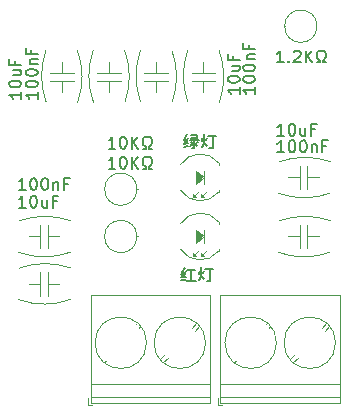
<source format=gto>
%TF.GenerationSoftware,KiCad,Pcbnew,8.0.5*%
%TF.CreationDate,2024-10-31T22:01:25+08:00*%
%TF.ProjectId,AMS1117_TP4056_Lithium_battery_charging,414d5331-3131-4375-9f54-50343035365f,rev?*%
%TF.SameCoordinates,Original*%
%TF.FileFunction,Legend,Top*%
%TF.FilePolarity,Positive*%
%FSLAX46Y46*%
G04 Gerber Fmt 4.6, Leading zero omitted, Abs format (unit mm)*
G04 Created by KiCad (PCBNEW 8.0.5) date 2024-10-31 22:01:25*
%MOMM*%
%LPD*%
G01*
G04 APERTURE LIST*
%ADD10C,0.150000*%
%ADD11C,0.120000*%
G04 APERTURE END LIST*
D10*
X113642857Y-122802438D02*
X114309524Y-122802438D01*
X113642857Y-123754819D02*
X114357143Y-123754819D01*
X113976190Y-122802438D02*
X113976190Y-123754819D01*
X113214286Y-122945295D02*
X113166667Y-123135771D01*
X113404762Y-123135771D02*
X113119048Y-123469104D01*
X113404762Y-122659580D02*
X113214286Y-123040533D01*
X113547619Y-123421485D02*
X113119048Y-123469104D01*
X113547619Y-123659580D02*
X113119048Y-123707200D01*
X113547619Y-122945295D02*
X113452381Y-123088152D01*
X113452381Y-123088152D02*
X113119048Y-123135771D01*
X115166666Y-122754819D02*
X115833333Y-122754819D01*
X115261904Y-123754819D02*
X115547619Y-123754819D01*
X115547619Y-122754819D02*
X115547619Y-123754819D01*
X115071428Y-122897676D02*
X114976190Y-123088152D01*
X114690476Y-122897676D02*
X114642857Y-123135771D01*
X114833333Y-122611961D02*
X114833333Y-123183390D01*
X114833333Y-123183390D02*
X114833333Y-123421485D01*
X114833333Y-123421485D02*
X114642857Y-123707200D01*
X114833333Y-123373866D02*
X115071428Y-123564342D01*
X121800000Y-105254819D02*
X121228572Y-105254819D01*
X121514286Y-105254819D02*
X121514286Y-104254819D01*
X121514286Y-104254819D02*
X121419048Y-104397676D01*
X121419048Y-104397676D02*
X121323810Y-104492914D01*
X121323810Y-104492914D02*
X121228572Y-104540533D01*
X122228572Y-105159580D02*
X122276191Y-105207200D01*
X122276191Y-105207200D02*
X122228572Y-105254819D01*
X122228572Y-105254819D02*
X122180953Y-105207200D01*
X122180953Y-105207200D02*
X122228572Y-105159580D01*
X122228572Y-105159580D02*
X122228572Y-105254819D01*
X122657143Y-104350057D02*
X122704762Y-104302438D01*
X122704762Y-104302438D02*
X122800000Y-104254819D01*
X122800000Y-104254819D02*
X123038095Y-104254819D01*
X123038095Y-104254819D02*
X123133333Y-104302438D01*
X123133333Y-104302438D02*
X123180952Y-104350057D01*
X123180952Y-104350057D02*
X123228571Y-104445295D01*
X123228571Y-104445295D02*
X123228571Y-104540533D01*
X123228571Y-104540533D02*
X123180952Y-104683390D01*
X123180952Y-104683390D02*
X122609524Y-105254819D01*
X122609524Y-105254819D02*
X123228571Y-105254819D01*
X123657143Y-105254819D02*
X123657143Y-104254819D01*
X124228571Y-105254819D02*
X123800000Y-104683390D01*
X124228571Y-104254819D02*
X123657143Y-104826247D01*
X124609524Y-105254819D02*
X124847619Y-105254819D01*
X124847619Y-105254819D02*
X124847619Y-105064342D01*
X124847619Y-105064342D02*
X124752381Y-105016723D01*
X124752381Y-105016723D02*
X124657143Y-104921485D01*
X124657143Y-104921485D02*
X124609524Y-104778628D01*
X124609524Y-104778628D02*
X124609524Y-104540533D01*
X124609524Y-104540533D02*
X124657143Y-104397676D01*
X124657143Y-104397676D02*
X124752381Y-104302438D01*
X124752381Y-104302438D02*
X124895238Y-104254819D01*
X124895238Y-104254819D02*
X125085714Y-104254819D01*
X125085714Y-104254819D02*
X125228571Y-104302438D01*
X125228571Y-104302438D02*
X125323809Y-104397676D01*
X125323809Y-104397676D02*
X125371428Y-104540533D01*
X125371428Y-104540533D02*
X125371428Y-104778628D01*
X125371428Y-104778628D02*
X125323809Y-104921485D01*
X125323809Y-104921485D02*
X125228571Y-105016723D01*
X125228571Y-105016723D02*
X125133333Y-105064342D01*
X125133333Y-105064342D02*
X125133333Y-105254819D01*
X125133333Y-105254819D02*
X125371428Y-105254819D01*
X121828571Y-111454819D02*
X121257143Y-111454819D01*
X121542857Y-111454819D02*
X121542857Y-110454819D01*
X121542857Y-110454819D02*
X121447619Y-110597676D01*
X121447619Y-110597676D02*
X121352381Y-110692914D01*
X121352381Y-110692914D02*
X121257143Y-110740533D01*
X122447619Y-110454819D02*
X122542857Y-110454819D01*
X122542857Y-110454819D02*
X122638095Y-110502438D01*
X122638095Y-110502438D02*
X122685714Y-110550057D01*
X122685714Y-110550057D02*
X122733333Y-110645295D01*
X122733333Y-110645295D02*
X122780952Y-110835771D01*
X122780952Y-110835771D02*
X122780952Y-111073866D01*
X122780952Y-111073866D02*
X122733333Y-111264342D01*
X122733333Y-111264342D02*
X122685714Y-111359580D01*
X122685714Y-111359580D02*
X122638095Y-111407200D01*
X122638095Y-111407200D02*
X122542857Y-111454819D01*
X122542857Y-111454819D02*
X122447619Y-111454819D01*
X122447619Y-111454819D02*
X122352381Y-111407200D01*
X122352381Y-111407200D02*
X122304762Y-111359580D01*
X122304762Y-111359580D02*
X122257143Y-111264342D01*
X122257143Y-111264342D02*
X122209524Y-111073866D01*
X122209524Y-111073866D02*
X122209524Y-110835771D01*
X122209524Y-110835771D02*
X122257143Y-110645295D01*
X122257143Y-110645295D02*
X122304762Y-110550057D01*
X122304762Y-110550057D02*
X122352381Y-110502438D01*
X122352381Y-110502438D02*
X122447619Y-110454819D01*
X123638095Y-110788152D02*
X123638095Y-111454819D01*
X123209524Y-110788152D02*
X123209524Y-111311961D01*
X123209524Y-111311961D02*
X123257143Y-111407200D01*
X123257143Y-111407200D02*
X123352381Y-111454819D01*
X123352381Y-111454819D02*
X123495238Y-111454819D01*
X123495238Y-111454819D02*
X123590476Y-111407200D01*
X123590476Y-111407200D02*
X123638095Y-111359580D01*
X124447619Y-110931009D02*
X124114286Y-110931009D01*
X124114286Y-111454819D02*
X124114286Y-110454819D01*
X124114286Y-110454819D02*
X124590476Y-110454819D01*
X99554819Y-107747619D02*
X99554819Y-108319047D01*
X99554819Y-108033333D02*
X98554819Y-108033333D01*
X98554819Y-108033333D02*
X98697676Y-108128571D01*
X98697676Y-108128571D02*
X98792914Y-108223809D01*
X98792914Y-108223809D02*
X98840533Y-108319047D01*
X98554819Y-107128571D02*
X98554819Y-107033333D01*
X98554819Y-107033333D02*
X98602438Y-106938095D01*
X98602438Y-106938095D02*
X98650057Y-106890476D01*
X98650057Y-106890476D02*
X98745295Y-106842857D01*
X98745295Y-106842857D02*
X98935771Y-106795238D01*
X98935771Y-106795238D02*
X99173866Y-106795238D01*
X99173866Y-106795238D02*
X99364342Y-106842857D01*
X99364342Y-106842857D02*
X99459580Y-106890476D01*
X99459580Y-106890476D02*
X99507200Y-106938095D01*
X99507200Y-106938095D02*
X99554819Y-107033333D01*
X99554819Y-107033333D02*
X99554819Y-107128571D01*
X99554819Y-107128571D02*
X99507200Y-107223809D01*
X99507200Y-107223809D02*
X99459580Y-107271428D01*
X99459580Y-107271428D02*
X99364342Y-107319047D01*
X99364342Y-107319047D02*
X99173866Y-107366666D01*
X99173866Y-107366666D02*
X98935771Y-107366666D01*
X98935771Y-107366666D02*
X98745295Y-107319047D01*
X98745295Y-107319047D02*
X98650057Y-107271428D01*
X98650057Y-107271428D02*
X98602438Y-107223809D01*
X98602438Y-107223809D02*
X98554819Y-107128571D01*
X98888152Y-105938095D02*
X99554819Y-105938095D01*
X98888152Y-106366666D02*
X99411961Y-106366666D01*
X99411961Y-106366666D02*
X99507200Y-106319047D01*
X99507200Y-106319047D02*
X99554819Y-106223809D01*
X99554819Y-106223809D02*
X99554819Y-106080952D01*
X99554819Y-106080952D02*
X99507200Y-105985714D01*
X99507200Y-105985714D02*
X99459580Y-105938095D01*
X99031009Y-105128571D02*
X99031009Y-105461904D01*
X99554819Y-105461904D02*
X98554819Y-105461904D01*
X98554819Y-105461904D02*
X98554819Y-104985714D01*
X99952380Y-116054819D02*
X99380952Y-116054819D01*
X99666666Y-116054819D02*
X99666666Y-115054819D01*
X99666666Y-115054819D02*
X99571428Y-115197676D01*
X99571428Y-115197676D02*
X99476190Y-115292914D01*
X99476190Y-115292914D02*
X99380952Y-115340533D01*
X100571428Y-115054819D02*
X100666666Y-115054819D01*
X100666666Y-115054819D02*
X100761904Y-115102438D01*
X100761904Y-115102438D02*
X100809523Y-115150057D01*
X100809523Y-115150057D02*
X100857142Y-115245295D01*
X100857142Y-115245295D02*
X100904761Y-115435771D01*
X100904761Y-115435771D02*
X100904761Y-115673866D01*
X100904761Y-115673866D02*
X100857142Y-115864342D01*
X100857142Y-115864342D02*
X100809523Y-115959580D01*
X100809523Y-115959580D02*
X100761904Y-116007200D01*
X100761904Y-116007200D02*
X100666666Y-116054819D01*
X100666666Y-116054819D02*
X100571428Y-116054819D01*
X100571428Y-116054819D02*
X100476190Y-116007200D01*
X100476190Y-116007200D02*
X100428571Y-115959580D01*
X100428571Y-115959580D02*
X100380952Y-115864342D01*
X100380952Y-115864342D02*
X100333333Y-115673866D01*
X100333333Y-115673866D02*
X100333333Y-115435771D01*
X100333333Y-115435771D02*
X100380952Y-115245295D01*
X100380952Y-115245295D02*
X100428571Y-115150057D01*
X100428571Y-115150057D02*
X100476190Y-115102438D01*
X100476190Y-115102438D02*
X100571428Y-115054819D01*
X101523809Y-115054819D02*
X101619047Y-115054819D01*
X101619047Y-115054819D02*
X101714285Y-115102438D01*
X101714285Y-115102438D02*
X101761904Y-115150057D01*
X101761904Y-115150057D02*
X101809523Y-115245295D01*
X101809523Y-115245295D02*
X101857142Y-115435771D01*
X101857142Y-115435771D02*
X101857142Y-115673866D01*
X101857142Y-115673866D02*
X101809523Y-115864342D01*
X101809523Y-115864342D02*
X101761904Y-115959580D01*
X101761904Y-115959580D02*
X101714285Y-116007200D01*
X101714285Y-116007200D02*
X101619047Y-116054819D01*
X101619047Y-116054819D02*
X101523809Y-116054819D01*
X101523809Y-116054819D02*
X101428571Y-116007200D01*
X101428571Y-116007200D02*
X101380952Y-115959580D01*
X101380952Y-115959580D02*
X101333333Y-115864342D01*
X101333333Y-115864342D02*
X101285714Y-115673866D01*
X101285714Y-115673866D02*
X101285714Y-115435771D01*
X101285714Y-115435771D02*
X101333333Y-115245295D01*
X101333333Y-115245295D02*
X101380952Y-115150057D01*
X101380952Y-115150057D02*
X101428571Y-115102438D01*
X101428571Y-115102438D02*
X101523809Y-115054819D01*
X102285714Y-115388152D02*
X102285714Y-116054819D01*
X102285714Y-115483390D02*
X102333333Y-115435771D01*
X102333333Y-115435771D02*
X102428571Y-115388152D01*
X102428571Y-115388152D02*
X102571428Y-115388152D01*
X102571428Y-115388152D02*
X102666666Y-115435771D01*
X102666666Y-115435771D02*
X102714285Y-115531009D01*
X102714285Y-115531009D02*
X102714285Y-116054819D01*
X103523809Y-115531009D02*
X103190476Y-115531009D01*
X103190476Y-116054819D02*
X103190476Y-115054819D01*
X103190476Y-115054819D02*
X103666666Y-115054819D01*
X119354819Y-107347619D02*
X119354819Y-107919047D01*
X119354819Y-107633333D02*
X118354819Y-107633333D01*
X118354819Y-107633333D02*
X118497676Y-107728571D01*
X118497676Y-107728571D02*
X118592914Y-107823809D01*
X118592914Y-107823809D02*
X118640533Y-107919047D01*
X118354819Y-106728571D02*
X118354819Y-106633333D01*
X118354819Y-106633333D02*
X118402438Y-106538095D01*
X118402438Y-106538095D02*
X118450057Y-106490476D01*
X118450057Y-106490476D02*
X118545295Y-106442857D01*
X118545295Y-106442857D02*
X118735771Y-106395238D01*
X118735771Y-106395238D02*
X118973866Y-106395238D01*
X118973866Y-106395238D02*
X119164342Y-106442857D01*
X119164342Y-106442857D02*
X119259580Y-106490476D01*
X119259580Y-106490476D02*
X119307200Y-106538095D01*
X119307200Y-106538095D02*
X119354819Y-106633333D01*
X119354819Y-106633333D02*
X119354819Y-106728571D01*
X119354819Y-106728571D02*
X119307200Y-106823809D01*
X119307200Y-106823809D02*
X119259580Y-106871428D01*
X119259580Y-106871428D02*
X119164342Y-106919047D01*
X119164342Y-106919047D02*
X118973866Y-106966666D01*
X118973866Y-106966666D02*
X118735771Y-106966666D01*
X118735771Y-106966666D02*
X118545295Y-106919047D01*
X118545295Y-106919047D02*
X118450057Y-106871428D01*
X118450057Y-106871428D02*
X118402438Y-106823809D01*
X118402438Y-106823809D02*
X118354819Y-106728571D01*
X118354819Y-105776190D02*
X118354819Y-105680952D01*
X118354819Y-105680952D02*
X118402438Y-105585714D01*
X118402438Y-105585714D02*
X118450057Y-105538095D01*
X118450057Y-105538095D02*
X118545295Y-105490476D01*
X118545295Y-105490476D02*
X118735771Y-105442857D01*
X118735771Y-105442857D02*
X118973866Y-105442857D01*
X118973866Y-105442857D02*
X119164342Y-105490476D01*
X119164342Y-105490476D02*
X119259580Y-105538095D01*
X119259580Y-105538095D02*
X119307200Y-105585714D01*
X119307200Y-105585714D02*
X119354819Y-105680952D01*
X119354819Y-105680952D02*
X119354819Y-105776190D01*
X119354819Y-105776190D02*
X119307200Y-105871428D01*
X119307200Y-105871428D02*
X119259580Y-105919047D01*
X119259580Y-105919047D02*
X119164342Y-105966666D01*
X119164342Y-105966666D02*
X118973866Y-106014285D01*
X118973866Y-106014285D02*
X118735771Y-106014285D01*
X118735771Y-106014285D02*
X118545295Y-105966666D01*
X118545295Y-105966666D02*
X118450057Y-105919047D01*
X118450057Y-105919047D02*
X118402438Y-105871428D01*
X118402438Y-105871428D02*
X118354819Y-105776190D01*
X118688152Y-105014285D02*
X119354819Y-105014285D01*
X118783390Y-105014285D02*
X118735771Y-104966666D01*
X118735771Y-104966666D02*
X118688152Y-104871428D01*
X118688152Y-104871428D02*
X118688152Y-104728571D01*
X118688152Y-104728571D02*
X118735771Y-104633333D01*
X118735771Y-104633333D02*
X118831009Y-104585714D01*
X118831009Y-104585714D02*
X119354819Y-104585714D01*
X118831009Y-103776190D02*
X118831009Y-104109523D01*
X119354819Y-104109523D02*
X118354819Y-104109523D01*
X118354819Y-104109523D02*
X118354819Y-103633333D01*
X107538095Y-114254819D02*
X106966667Y-114254819D01*
X107252381Y-114254819D02*
X107252381Y-113254819D01*
X107252381Y-113254819D02*
X107157143Y-113397676D01*
X107157143Y-113397676D02*
X107061905Y-113492914D01*
X107061905Y-113492914D02*
X106966667Y-113540533D01*
X108157143Y-113254819D02*
X108252381Y-113254819D01*
X108252381Y-113254819D02*
X108347619Y-113302438D01*
X108347619Y-113302438D02*
X108395238Y-113350057D01*
X108395238Y-113350057D02*
X108442857Y-113445295D01*
X108442857Y-113445295D02*
X108490476Y-113635771D01*
X108490476Y-113635771D02*
X108490476Y-113873866D01*
X108490476Y-113873866D02*
X108442857Y-114064342D01*
X108442857Y-114064342D02*
X108395238Y-114159580D01*
X108395238Y-114159580D02*
X108347619Y-114207200D01*
X108347619Y-114207200D02*
X108252381Y-114254819D01*
X108252381Y-114254819D02*
X108157143Y-114254819D01*
X108157143Y-114254819D02*
X108061905Y-114207200D01*
X108061905Y-114207200D02*
X108014286Y-114159580D01*
X108014286Y-114159580D02*
X107966667Y-114064342D01*
X107966667Y-114064342D02*
X107919048Y-113873866D01*
X107919048Y-113873866D02*
X107919048Y-113635771D01*
X107919048Y-113635771D02*
X107966667Y-113445295D01*
X107966667Y-113445295D02*
X108014286Y-113350057D01*
X108014286Y-113350057D02*
X108061905Y-113302438D01*
X108061905Y-113302438D02*
X108157143Y-113254819D01*
X108919048Y-114254819D02*
X108919048Y-113254819D01*
X109490476Y-114254819D02*
X109061905Y-113683390D01*
X109490476Y-113254819D02*
X108919048Y-113826247D01*
X109871429Y-114254819D02*
X110109524Y-114254819D01*
X110109524Y-114254819D02*
X110109524Y-114064342D01*
X110109524Y-114064342D02*
X110014286Y-114016723D01*
X110014286Y-114016723D02*
X109919048Y-113921485D01*
X109919048Y-113921485D02*
X109871429Y-113778628D01*
X109871429Y-113778628D02*
X109871429Y-113540533D01*
X109871429Y-113540533D02*
X109919048Y-113397676D01*
X109919048Y-113397676D02*
X110014286Y-113302438D01*
X110014286Y-113302438D02*
X110157143Y-113254819D01*
X110157143Y-113254819D02*
X110347619Y-113254819D01*
X110347619Y-113254819D02*
X110490476Y-113302438D01*
X110490476Y-113302438D02*
X110585714Y-113397676D01*
X110585714Y-113397676D02*
X110633333Y-113540533D01*
X110633333Y-113540533D02*
X110633333Y-113778628D01*
X110633333Y-113778628D02*
X110585714Y-113921485D01*
X110585714Y-113921485D02*
X110490476Y-114016723D01*
X110490476Y-114016723D02*
X110395238Y-114064342D01*
X110395238Y-114064342D02*
X110395238Y-114254819D01*
X110395238Y-114254819D02*
X110633333Y-114254819D01*
X100954819Y-107747619D02*
X100954819Y-108319047D01*
X100954819Y-108033333D02*
X99954819Y-108033333D01*
X99954819Y-108033333D02*
X100097676Y-108128571D01*
X100097676Y-108128571D02*
X100192914Y-108223809D01*
X100192914Y-108223809D02*
X100240533Y-108319047D01*
X99954819Y-107128571D02*
X99954819Y-107033333D01*
X99954819Y-107033333D02*
X100002438Y-106938095D01*
X100002438Y-106938095D02*
X100050057Y-106890476D01*
X100050057Y-106890476D02*
X100145295Y-106842857D01*
X100145295Y-106842857D02*
X100335771Y-106795238D01*
X100335771Y-106795238D02*
X100573866Y-106795238D01*
X100573866Y-106795238D02*
X100764342Y-106842857D01*
X100764342Y-106842857D02*
X100859580Y-106890476D01*
X100859580Y-106890476D02*
X100907200Y-106938095D01*
X100907200Y-106938095D02*
X100954819Y-107033333D01*
X100954819Y-107033333D02*
X100954819Y-107128571D01*
X100954819Y-107128571D02*
X100907200Y-107223809D01*
X100907200Y-107223809D02*
X100859580Y-107271428D01*
X100859580Y-107271428D02*
X100764342Y-107319047D01*
X100764342Y-107319047D02*
X100573866Y-107366666D01*
X100573866Y-107366666D02*
X100335771Y-107366666D01*
X100335771Y-107366666D02*
X100145295Y-107319047D01*
X100145295Y-107319047D02*
X100050057Y-107271428D01*
X100050057Y-107271428D02*
X100002438Y-107223809D01*
X100002438Y-107223809D02*
X99954819Y-107128571D01*
X99954819Y-106176190D02*
X99954819Y-106080952D01*
X99954819Y-106080952D02*
X100002438Y-105985714D01*
X100002438Y-105985714D02*
X100050057Y-105938095D01*
X100050057Y-105938095D02*
X100145295Y-105890476D01*
X100145295Y-105890476D02*
X100335771Y-105842857D01*
X100335771Y-105842857D02*
X100573866Y-105842857D01*
X100573866Y-105842857D02*
X100764342Y-105890476D01*
X100764342Y-105890476D02*
X100859580Y-105938095D01*
X100859580Y-105938095D02*
X100907200Y-105985714D01*
X100907200Y-105985714D02*
X100954819Y-106080952D01*
X100954819Y-106080952D02*
X100954819Y-106176190D01*
X100954819Y-106176190D02*
X100907200Y-106271428D01*
X100907200Y-106271428D02*
X100859580Y-106319047D01*
X100859580Y-106319047D02*
X100764342Y-106366666D01*
X100764342Y-106366666D02*
X100573866Y-106414285D01*
X100573866Y-106414285D02*
X100335771Y-106414285D01*
X100335771Y-106414285D02*
X100145295Y-106366666D01*
X100145295Y-106366666D02*
X100050057Y-106319047D01*
X100050057Y-106319047D02*
X100002438Y-106271428D01*
X100002438Y-106271428D02*
X99954819Y-106176190D01*
X100288152Y-105414285D02*
X100954819Y-105414285D01*
X100383390Y-105414285D02*
X100335771Y-105366666D01*
X100335771Y-105366666D02*
X100288152Y-105271428D01*
X100288152Y-105271428D02*
X100288152Y-105128571D01*
X100288152Y-105128571D02*
X100335771Y-105033333D01*
X100335771Y-105033333D02*
X100431009Y-104985714D01*
X100431009Y-104985714D02*
X100954819Y-104985714D01*
X100431009Y-104176190D02*
X100431009Y-104509523D01*
X100954819Y-104509523D02*
X99954819Y-104509523D01*
X99954819Y-104509523D02*
X99954819Y-104033333D01*
X121828571Y-112854819D02*
X121257143Y-112854819D01*
X121542857Y-112854819D02*
X121542857Y-111854819D01*
X121542857Y-111854819D02*
X121447619Y-111997676D01*
X121447619Y-111997676D02*
X121352381Y-112092914D01*
X121352381Y-112092914D02*
X121257143Y-112140533D01*
X122447619Y-111854819D02*
X122542857Y-111854819D01*
X122542857Y-111854819D02*
X122638095Y-111902438D01*
X122638095Y-111902438D02*
X122685714Y-111950057D01*
X122685714Y-111950057D02*
X122733333Y-112045295D01*
X122733333Y-112045295D02*
X122780952Y-112235771D01*
X122780952Y-112235771D02*
X122780952Y-112473866D01*
X122780952Y-112473866D02*
X122733333Y-112664342D01*
X122733333Y-112664342D02*
X122685714Y-112759580D01*
X122685714Y-112759580D02*
X122638095Y-112807200D01*
X122638095Y-112807200D02*
X122542857Y-112854819D01*
X122542857Y-112854819D02*
X122447619Y-112854819D01*
X122447619Y-112854819D02*
X122352381Y-112807200D01*
X122352381Y-112807200D02*
X122304762Y-112759580D01*
X122304762Y-112759580D02*
X122257143Y-112664342D01*
X122257143Y-112664342D02*
X122209524Y-112473866D01*
X122209524Y-112473866D02*
X122209524Y-112235771D01*
X122209524Y-112235771D02*
X122257143Y-112045295D01*
X122257143Y-112045295D02*
X122304762Y-111950057D01*
X122304762Y-111950057D02*
X122352381Y-111902438D01*
X122352381Y-111902438D02*
X122447619Y-111854819D01*
X123400000Y-111854819D02*
X123495238Y-111854819D01*
X123495238Y-111854819D02*
X123590476Y-111902438D01*
X123590476Y-111902438D02*
X123638095Y-111950057D01*
X123638095Y-111950057D02*
X123685714Y-112045295D01*
X123685714Y-112045295D02*
X123733333Y-112235771D01*
X123733333Y-112235771D02*
X123733333Y-112473866D01*
X123733333Y-112473866D02*
X123685714Y-112664342D01*
X123685714Y-112664342D02*
X123638095Y-112759580D01*
X123638095Y-112759580D02*
X123590476Y-112807200D01*
X123590476Y-112807200D02*
X123495238Y-112854819D01*
X123495238Y-112854819D02*
X123400000Y-112854819D01*
X123400000Y-112854819D02*
X123304762Y-112807200D01*
X123304762Y-112807200D02*
X123257143Y-112759580D01*
X123257143Y-112759580D02*
X123209524Y-112664342D01*
X123209524Y-112664342D02*
X123161905Y-112473866D01*
X123161905Y-112473866D02*
X123161905Y-112235771D01*
X123161905Y-112235771D02*
X123209524Y-112045295D01*
X123209524Y-112045295D02*
X123257143Y-111950057D01*
X123257143Y-111950057D02*
X123304762Y-111902438D01*
X123304762Y-111902438D02*
X123400000Y-111854819D01*
X124161905Y-112188152D02*
X124161905Y-112854819D01*
X124161905Y-112283390D02*
X124209524Y-112235771D01*
X124209524Y-112235771D02*
X124304762Y-112188152D01*
X124304762Y-112188152D02*
X124447619Y-112188152D01*
X124447619Y-112188152D02*
X124542857Y-112235771D01*
X124542857Y-112235771D02*
X124590476Y-112331009D01*
X124590476Y-112331009D02*
X124590476Y-112854819D01*
X125400000Y-112331009D02*
X125066667Y-112331009D01*
X125066667Y-112854819D02*
X125066667Y-111854819D01*
X125066667Y-111854819D02*
X125542857Y-111854819D01*
X118054819Y-107347619D02*
X118054819Y-107919047D01*
X118054819Y-107633333D02*
X117054819Y-107633333D01*
X117054819Y-107633333D02*
X117197676Y-107728571D01*
X117197676Y-107728571D02*
X117292914Y-107823809D01*
X117292914Y-107823809D02*
X117340533Y-107919047D01*
X117054819Y-106728571D02*
X117054819Y-106633333D01*
X117054819Y-106633333D02*
X117102438Y-106538095D01*
X117102438Y-106538095D02*
X117150057Y-106490476D01*
X117150057Y-106490476D02*
X117245295Y-106442857D01*
X117245295Y-106442857D02*
X117435771Y-106395238D01*
X117435771Y-106395238D02*
X117673866Y-106395238D01*
X117673866Y-106395238D02*
X117864342Y-106442857D01*
X117864342Y-106442857D02*
X117959580Y-106490476D01*
X117959580Y-106490476D02*
X118007200Y-106538095D01*
X118007200Y-106538095D02*
X118054819Y-106633333D01*
X118054819Y-106633333D02*
X118054819Y-106728571D01*
X118054819Y-106728571D02*
X118007200Y-106823809D01*
X118007200Y-106823809D02*
X117959580Y-106871428D01*
X117959580Y-106871428D02*
X117864342Y-106919047D01*
X117864342Y-106919047D02*
X117673866Y-106966666D01*
X117673866Y-106966666D02*
X117435771Y-106966666D01*
X117435771Y-106966666D02*
X117245295Y-106919047D01*
X117245295Y-106919047D02*
X117150057Y-106871428D01*
X117150057Y-106871428D02*
X117102438Y-106823809D01*
X117102438Y-106823809D02*
X117054819Y-106728571D01*
X117388152Y-105538095D02*
X118054819Y-105538095D01*
X117388152Y-105966666D02*
X117911961Y-105966666D01*
X117911961Y-105966666D02*
X118007200Y-105919047D01*
X118007200Y-105919047D02*
X118054819Y-105823809D01*
X118054819Y-105823809D02*
X118054819Y-105680952D01*
X118054819Y-105680952D02*
X118007200Y-105585714D01*
X118007200Y-105585714D02*
X117959580Y-105538095D01*
X117531009Y-104728571D02*
X117531009Y-105061904D01*
X118054819Y-105061904D02*
X117054819Y-105061904D01*
X117054819Y-105061904D02*
X117054819Y-104585714D01*
X107538095Y-112554819D02*
X106966667Y-112554819D01*
X107252381Y-112554819D02*
X107252381Y-111554819D01*
X107252381Y-111554819D02*
X107157143Y-111697676D01*
X107157143Y-111697676D02*
X107061905Y-111792914D01*
X107061905Y-111792914D02*
X106966667Y-111840533D01*
X108157143Y-111554819D02*
X108252381Y-111554819D01*
X108252381Y-111554819D02*
X108347619Y-111602438D01*
X108347619Y-111602438D02*
X108395238Y-111650057D01*
X108395238Y-111650057D02*
X108442857Y-111745295D01*
X108442857Y-111745295D02*
X108490476Y-111935771D01*
X108490476Y-111935771D02*
X108490476Y-112173866D01*
X108490476Y-112173866D02*
X108442857Y-112364342D01*
X108442857Y-112364342D02*
X108395238Y-112459580D01*
X108395238Y-112459580D02*
X108347619Y-112507200D01*
X108347619Y-112507200D02*
X108252381Y-112554819D01*
X108252381Y-112554819D02*
X108157143Y-112554819D01*
X108157143Y-112554819D02*
X108061905Y-112507200D01*
X108061905Y-112507200D02*
X108014286Y-112459580D01*
X108014286Y-112459580D02*
X107966667Y-112364342D01*
X107966667Y-112364342D02*
X107919048Y-112173866D01*
X107919048Y-112173866D02*
X107919048Y-111935771D01*
X107919048Y-111935771D02*
X107966667Y-111745295D01*
X107966667Y-111745295D02*
X108014286Y-111650057D01*
X108014286Y-111650057D02*
X108061905Y-111602438D01*
X108061905Y-111602438D02*
X108157143Y-111554819D01*
X108919048Y-112554819D02*
X108919048Y-111554819D01*
X109490476Y-112554819D02*
X109061905Y-111983390D01*
X109490476Y-111554819D02*
X108919048Y-112126247D01*
X109871429Y-112554819D02*
X110109524Y-112554819D01*
X110109524Y-112554819D02*
X110109524Y-112364342D01*
X110109524Y-112364342D02*
X110014286Y-112316723D01*
X110014286Y-112316723D02*
X109919048Y-112221485D01*
X109919048Y-112221485D02*
X109871429Y-112078628D01*
X109871429Y-112078628D02*
X109871429Y-111840533D01*
X109871429Y-111840533D02*
X109919048Y-111697676D01*
X109919048Y-111697676D02*
X110014286Y-111602438D01*
X110014286Y-111602438D02*
X110157143Y-111554819D01*
X110157143Y-111554819D02*
X110347619Y-111554819D01*
X110347619Y-111554819D02*
X110490476Y-111602438D01*
X110490476Y-111602438D02*
X110585714Y-111697676D01*
X110585714Y-111697676D02*
X110633333Y-111840533D01*
X110633333Y-111840533D02*
X110633333Y-112078628D01*
X110633333Y-112078628D02*
X110585714Y-112221485D01*
X110585714Y-112221485D02*
X110490476Y-112316723D01*
X110490476Y-112316723D02*
X110395238Y-112364342D01*
X110395238Y-112364342D02*
X110395238Y-112554819D01*
X110395238Y-112554819D02*
X110633333Y-112554819D01*
X99952380Y-117554819D02*
X99380952Y-117554819D01*
X99666666Y-117554819D02*
X99666666Y-116554819D01*
X99666666Y-116554819D02*
X99571428Y-116697676D01*
X99571428Y-116697676D02*
X99476190Y-116792914D01*
X99476190Y-116792914D02*
X99380952Y-116840533D01*
X100571428Y-116554819D02*
X100666666Y-116554819D01*
X100666666Y-116554819D02*
X100761904Y-116602438D01*
X100761904Y-116602438D02*
X100809523Y-116650057D01*
X100809523Y-116650057D02*
X100857142Y-116745295D01*
X100857142Y-116745295D02*
X100904761Y-116935771D01*
X100904761Y-116935771D02*
X100904761Y-117173866D01*
X100904761Y-117173866D02*
X100857142Y-117364342D01*
X100857142Y-117364342D02*
X100809523Y-117459580D01*
X100809523Y-117459580D02*
X100761904Y-117507200D01*
X100761904Y-117507200D02*
X100666666Y-117554819D01*
X100666666Y-117554819D02*
X100571428Y-117554819D01*
X100571428Y-117554819D02*
X100476190Y-117507200D01*
X100476190Y-117507200D02*
X100428571Y-117459580D01*
X100428571Y-117459580D02*
X100380952Y-117364342D01*
X100380952Y-117364342D02*
X100333333Y-117173866D01*
X100333333Y-117173866D02*
X100333333Y-116935771D01*
X100333333Y-116935771D02*
X100380952Y-116745295D01*
X100380952Y-116745295D02*
X100428571Y-116650057D01*
X100428571Y-116650057D02*
X100476190Y-116602438D01*
X100476190Y-116602438D02*
X100571428Y-116554819D01*
X101761904Y-116888152D02*
X101761904Y-117554819D01*
X101333333Y-116888152D02*
X101333333Y-117411961D01*
X101333333Y-117411961D02*
X101380952Y-117507200D01*
X101380952Y-117507200D02*
X101476190Y-117554819D01*
X101476190Y-117554819D02*
X101619047Y-117554819D01*
X101619047Y-117554819D02*
X101714285Y-117507200D01*
X101714285Y-117507200D02*
X101761904Y-117459580D01*
X102571428Y-117031009D02*
X102238095Y-117031009D01*
X102238095Y-117554819D02*
X102238095Y-116554819D01*
X102238095Y-116554819D02*
X102714285Y-116554819D01*
X113920476Y-111637676D02*
X114444286Y-111637676D01*
X113872857Y-111828152D02*
X114587143Y-111828152D01*
X114063333Y-112494819D02*
X114206190Y-112494819D01*
X114206190Y-111828152D02*
X114206190Y-112494819D01*
X113920476Y-111447200D02*
X114444286Y-111447200D01*
X114444286Y-111447200D02*
X114491905Y-111828152D01*
X113920476Y-111971009D02*
X114063333Y-112113866D01*
X114206190Y-112066247D02*
X114491905Y-112351961D01*
X114396667Y-112066247D02*
X114301429Y-112161485D01*
X114539524Y-111971009D02*
X114349048Y-112113866D01*
X113587143Y-111875771D02*
X113349048Y-112113866D01*
X113587143Y-111351961D02*
X113396667Y-111828152D01*
X114158571Y-112209104D02*
X113872857Y-112351961D01*
X113730000Y-112304342D02*
X113349048Y-112399580D01*
X113682381Y-111685295D02*
X113634762Y-111828152D01*
X113634762Y-111828152D02*
X113349048Y-111828152D01*
X113682381Y-112066247D02*
X113349048Y-112161485D01*
X115396666Y-111494819D02*
X116063333Y-111494819D01*
X115491904Y-112494819D02*
X115777619Y-112494819D01*
X115777619Y-111494819D02*
X115777619Y-112494819D01*
X115301428Y-111637676D02*
X115206190Y-111828152D01*
X114920476Y-111637676D02*
X114872857Y-111875771D01*
X115063333Y-111351961D02*
X115063333Y-111923390D01*
X115063333Y-111923390D02*
X115063333Y-112161485D01*
X115063333Y-112161485D02*
X114872857Y-112447200D01*
X115063333Y-112113866D02*
X115301428Y-112304342D01*
D11*
%TO.C,LED1*%
X114666500Y-121143000D02*
X114158500Y-121651000D01*
X115047500Y-120571500D02*
X115047500Y-119428500D01*
X115301500Y-121143000D02*
X114793500Y-121651000D01*
X116290000Y-118950000D02*
X116290000Y-118764000D01*
X116290000Y-121236000D02*
X116290000Y-121050000D01*
X113057665Y-118921392D02*
G75*
G02*
X116290000Y-118764484I1672335J-1078608D01*
G01*
X116290000Y-121235516D02*
G75*
G02*
X113057665Y-121078608I-1560000J1235516D01*
G01*
X114412500Y-121651000D02*
X114158500Y-121651000D01*
X114158500Y-121397000D01*
X114412500Y-121651000D01*
G36*
X114412500Y-121651000D02*
G01*
X114158500Y-121651000D01*
X114158500Y-121397000D01*
X114412500Y-121651000D01*
G37*
X115047500Y-120000000D02*
X114412500Y-120571500D01*
X114412500Y-119428500D01*
X115047500Y-120000000D01*
G36*
X115047500Y-120000000D02*
G01*
X114412500Y-120571500D01*
X114412500Y-119428500D01*
X115047500Y-120000000D01*
G37*
X115047500Y-121651000D02*
X114793500Y-121651000D01*
X114793500Y-121397000D01*
X115047500Y-121651000D01*
G36*
X115047500Y-121651000D02*
G01*
X114793500Y-121651000D01*
X114793500Y-121397000D01*
X115047500Y-121651000D01*
G37*
%TO.C,R1*%
X121875000Y-102200000D02*
X121805000Y-102200000D01*
X124615000Y-102200000D02*
G75*
G02*
X121875000Y-102200000I-1370000J0D01*
G01*
X121875000Y-102200000D02*
G75*
G02*
X124615000Y-102200000I1370000J0D01*
G01*
%TO.C,P2*%
X105200000Y-133660000D02*
X105200000Y-134300000D01*
X105200000Y-134300000D02*
X105600000Y-134300000D01*
X105440000Y-124940000D02*
X105440000Y-134060000D01*
X105440000Y-124940000D02*
X115560000Y-124940000D01*
X105440000Y-132500000D02*
X115560000Y-132500000D01*
X105440000Y-133600000D02*
X115560000Y-133600000D01*
X105440000Y-134060000D02*
X115560000Y-134060000D01*
X106452000Y-130281000D02*
X106346000Y-130388000D01*
X106718000Y-130547000D02*
X106612000Y-130654000D01*
X109388000Y-127346000D02*
X109281000Y-127453000D01*
X109654000Y-127612000D02*
X109547000Y-127719000D01*
X111742000Y-129992000D02*
X111347000Y-130388000D01*
X111993000Y-130274000D02*
X111613000Y-130654000D01*
X114388000Y-127346000D02*
X114008000Y-127726000D01*
X114654000Y-127612000D02*
X114259000Y-128008000D01*
X115560000Y-124940000D02*
X115560000Y-134060000D01*
X110180000Y-129000000D02*
G75*
G02*
X105820000Y-129000000I-2180000J0D01*
G01*
X105820000Y-129000000D02*
G75*
G02*
X110180000Y-129000000I2180000J0D01*
G01*
X115180000Y-129000000D02*
G75*
G02*
X110820000Y-129000000I-2180000J0D01*
G01*
X110820000Y-129000000D02*
G75*
G02*
X115180000Y-129000000I2180000J0D01*
G01*
%TO.C,C1*%
X123200000Y-115000000D02*
X122200000Y-115000000D01*
X123200000Y-116000000D02*
X123200000Y-114000000D01*
X123800000Y-115000000D02*
X123800000Y-114000000D01*
X123800000Y-115000000D02*
X123800000Y-116000000D01*
X124800000Y-115000000D02*
X123800000Y-115000000D01*
X121371856Y-113686677D02*
G75*
G02*
X125746000Y-113666501I2215144J-6075823D01*
G01*
X125738644Y-116333500D02*
G75*
G02*
X121364500Y-116353676I-2215144J6075820D01*
G01*
%TO.C,C9*%
X103000000Y-105200000D02*
X103000000Y-106200000D01*
X103000000Y-106200000D02*
X102000000Y-106200000D01*
X103000000Y-106200000D02*
X104000000Y-106200000D01*
X103000000Y-106800000D02*
X103000000Y-107800000D01*
X104000000Y-106800000D02*
X102000000Y-106800000D01*
X101686677Y-108628144D02*
G75*
G02*
X101666501Y-104254000I6075823J2215144D01*
G01*
X104333500Y-104261356D02*
G75*
G02*
X104353676Y-108635500I-6075820J-2215144D01*
G01*
%TO.C,C8*%
X101200000Y-120000000D02*
X100200000Y-120000000D01*
X101200000Y-121000000D02*
X101200000Y-119000000D01*
X101800000Y-120000000D02*
X101800000Y-119000000D01*
X101800000Y-120000000D02*
X101800000Y-121000000D01*
X102800000Y-120000000D02*
X101800000Y-120000000D01*
X99371856Y-118686677D02*
G75*
G02*
X103746000Y-118666501I2215144J-6075823D01*
G01*
X103738644Y-121333500D02*
G75*
G02*
X99364500Y-121353676I-2215144J6075820D01*
G01*
%TO.C,C5*%
X115000000Y-105200000D02*
X115000000Y-106200000D01*
X115000000Y-106200000D02*
X114000000Y-106200000D01*
X115000000Y-106200000D02*
X116000000Y-106200000D01*
X115000000Y-106800000D02*
X115000000Y-107800000D01*
X116000000Y-106800000D02*
X114000000Y-106800000D01*
X113686677Y-108628144D02*
G75*
G02*
X113666501Y-104254000I6075823J2215144D01*
G01*
X116333500Y-104261356D02*
G75*
G02*
X116353676Y-108635500I-6075820J-2215144D01*
G01*
%TO.C,R2*%
X109370000Y-120000000D02*
X109440000Y-120000000D01*
X109370000Y-120000000D02*
G75*
G02*
X106630000Y-120000000I-1370000J0D01*
G01*
X106630000Y-120000000D02*
G75*
G02*
X109370000Y-120000000I1370000J0D01*
G01*
%TO.C,C10*%
X107000000Y-105200000D02*
X107000000Y-106200000D01*
X107000000Y-106200000D02*
X106000000Y-106200000D01*
X107000000Y-106200000D02*
X108000000Y-106200000D01*
X107000000Y-106800000D02*
X107000000Y-107800000D01*
X108000000Y-106800000D02*
X106000000Y-106800000D01*
X105686677Y-108628144D02*
G75*
G02*
X105666501Y-104254000I6075823J2215144D01*
G01*
X108333500Y-104261356D02*
G75*
G02*
X108353676Y-108635500I-6075820J-2215144D01*
G01*
%TO.C,P1*%
X116200000Y-133660000D02*
X116200000Y-134300000D01*
X116200000Y-134300000D02*
X116600000Y-134300000D01*
X116440000Y-124940000D02*
X116440000Y-134060000D01*
X116440000Y-124940000D02*
X126560000Y-124940000D01*
X116440000Y-132500000D02*
X126560000Y-132500000D01*
X116440000Y-133600000D02*
X126560000Y-133600000D01*
X116440000Y-134060000D02*
X126560000Y-134060000D01*
X117452000Y-130281000D02*
X117346000Y-130388000D01*
X117718000Y-130547000D02*
X117612000Y-130654000D01*
X120388000Y-127346000D02*
X120281000Y-127453000D01*
X120654000Y-127612000D02*
X120547000Y-127719000D01*
X122742000Y-129992000D02*
X122347000Y-130388000D01*
X122993000Y-130274000D02*
X122613000Y-130654000D01*
X125388000Y-127346000D02*
X125008000Y-127726000D01*
X125654000Y-127612000D02*
X125259000Y-128008000D01*
X126560000Y-124940000D02*
X126560000Y-134060000D01*
X121180000Y-129000000D02*
G75*
G02*
X116820000Y-129000000I-2180000J0D01*
G01*
X116820000Y-129000000D02*
G75*
G02*
X121180000Y-129000000I2180000J0D01*
G01*
X126180000Y-129000000D02*
G75*
G02*
X121820000Y-129000000I-2180000J0D01*
G01*
X121820000Y-129000000D02*
G75*
G02*
X126180000Y-129000000I2180000J0D01*
G01*
%TO.C,C2*%
X123200000Y-120000000D02*
X122200000Y-120000000D01*
X123200000Y-121000000D02*
X123200000Y-119000000D01*
X123800000Y-120000000D02*
X123800000Y-119000000D01*
X123800000Y-120000000D02*
X123800000Y-121000000D01*
X124800000Y-120000000D02*
X123800000Y-120000000D01*
X121371856Y-118686677D02*
G75*
G02*
X125746000Y-118666501I2215144J-6075823D01*
G01*
X125738644Y-121333500D02*
G75*
G02*
X121364500Y-121353676I-2215144J6075820D01*
G01*
%TO.C,C4*%
X111000000Y-105200000D02*
X111000000Y-106200000D01*
X111000000Y-106200000D02*
X110000000Y-106200000D01*
X111000000Y-106200000D02*
X112000000Y-106200000D01*
X111000000Y-106800000D02*
X111000000Y-107800000D01*
X112000000Y-106800000D02*
X110000000Y-106800000D01*
X109686677Y-108628144D02*
G75*
G02*
X109666501Y-104254000I6075823J2215144D01*
G01*
X112333500Y-104261356D02*
G75*
G02*
X112353676Y-108635500I-6075820J-2215144D01*
G01*
%TO.C,R5*%
X109370000Y-116000000D02*
X109440000Y-116000000D01*
X109370000Y-116000000D02*
G75*
G02*
X106630000Y-116000000I-1370000J0D01*
G01*
X106630000Y-116000000D02*
G75*
G02*
X109370000Y-116000000I1370000J0D01*
G01*
%TO.C,C7*%
X101200000Y-124000000D02*
X100200000Y-124000000D01*
X101200000Y-125000000D02*
X101200000Y-123000000D01*
X101800000Y-124000000D02*
X101800000Y-123000000D01*
X101800000Y-124000000D02*
X101800000Y-125000000D01*
X102800000Y-124000000D02*
X101800000Y-124000000D01*
X99371856Y-122686677D02*
G75*
G02*
X103746000Y-122666501I2215144J-6075823D01*
G01*
X103738644Y-125333500D02*
G75*
G02*
X99364500Y-125353676I-2215144J6075820D01*
G01*
%TO.C,LED2*%
X114666500Y-116143000D02*
X114158500Y-116651000D01*
X115047500Y-115571500D02*
X115047500Y-114428500D01*
X115301500Y-116143000D02*
X114793500Y-116651000D01*
X116290000Y-113950000D02*
X116290000Y-113764000D01*
X116290000Y-116236000D02*
X116290000Y-116050000D01*
X113057665Y-113921392D02*
G75*
G02*
X116290000Y-113764484I1672335J-1078608D01*
G01*
X116290000Y-116235516D02*
G75*
G02*
X113057665Y-116078608I-1560000J1235516D01*
G01*
X114412500Y-116651000D02*
X114158500Y-116651000D01*
X114158500Y-116397000D01*
X114412500Y-116651000D01*
G36*
X114412500Y-116651000D02*
G01*
X114158500Y-116651000D01*
X114158500Y-116397000D01*
X114412500Y-116651000D01*
G37*
X115047500Y-115000000D02*
X114412500Y-115571500D01*
X114412500Y-114428500D01*
X115047500Y-115000000D01*
G36*
X115047500Y-115000000D02*
G01*
X114412500Y-115571500D01*
X114412500Y-114428500D01*
X115047500Y-115000000D01*
G37*
X115047500Y-116651000D02*
X114793500Y-116651000D01*
X114793500Y-116397000D01*
X115047500Y-116651000D01*
G36*
X115047500Y-116651000D02*
G01*
X114793500Y-116651000D01*
X114793500Y-116397000D01*
X115047500Y-116651000D01*
G37*
%TD*%
M02*

</source>
